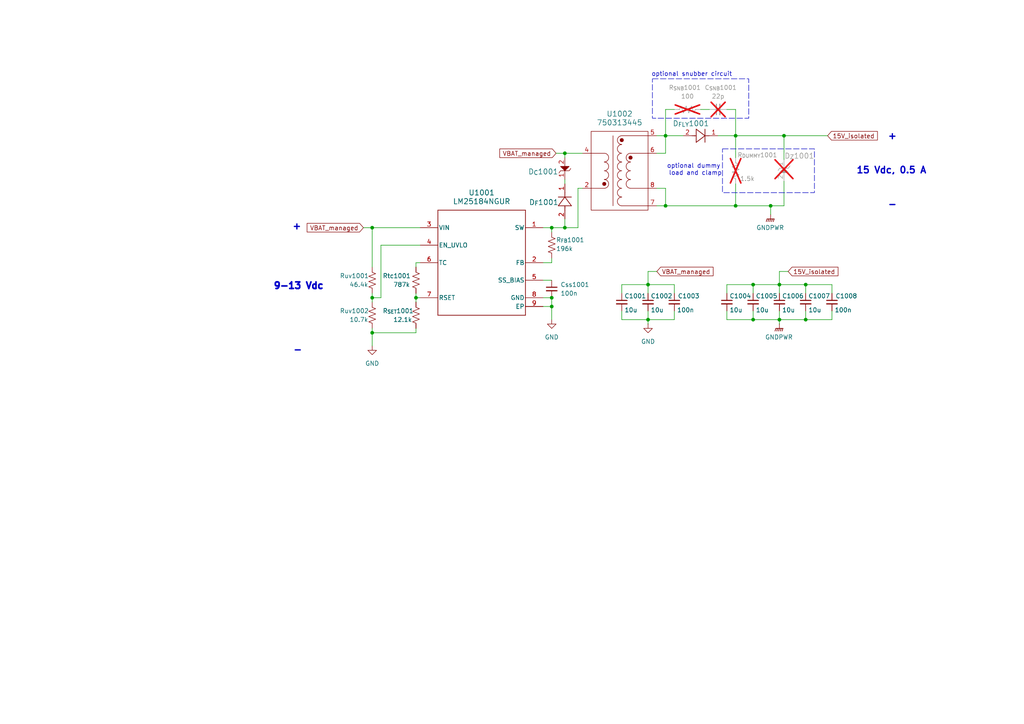
<source format=kicad_sch>
(kicad_sch (version 20231120) (generator "eeschema") (generator_version "8.0")
  (paper "A4")
  (lib_symbols
    (symbol "Device:C_Small" (pin_numbers hide) (pin_names (offset 0.254) hide)
      (property "Reference" "C" (at 0.254 1.778 0))
      (property "Value" "C_Small" (at 0.254 -2.032 0))
      (symbol "C_Small_0_1"
        (polyline (pts (xy -1.524 -0.508) (xy 1.524 -0.508)) (stroke (width 0.3302)))
        (polyline (pts (xy -1.524 0.508) (xy 1.524 0.508)) (stroke (width 0.3048)))
      )
      (symbol "C_Small_1_1"
        (pin passive line (at 0 2.54 270) (length 2.032) (name "~") (number "1"))
        (pin passive line (at 0 -2.54 90) (length 2.032) (name "~") (number "2"))
      )
    )
    (symbol "Device:R_US" (pin_numbers hide) (pin_names (offset 0))
      (property "Reference" "R" (at 2.54 0 90))
      (property "Value" "R_US" (at -2.54 0 90))
      (symbol "R_US_0_1"
        (polyline (pts (xy 0 -2.286) (xy 0 -2.54)))
        (polyline (pts (xy 0 2.286) (xy 0 2.54)))
        (polyline (pts (xy 0 -0.762) (xy 1.016 -1.143) (xy 0 -1.524) (xy -1.016 -1.905) (xy 0 -2.286)))
        (polyline (pts (xy 0 0.762) (xy 1.016 0.381) (xy 0 0) (xy -1.016 -0.381) (xy 0 -0.762)))
        (polyline (pts (xy 0 2.286) (xy 1.016 1.905) (xy 0 1.524) (xy -1.016 1.143) (xy 0 0.762)))
      )
      (symbol "R_US_1_1"
        (pin passive line (at 0 3.81 270) (length 1.27) (name "~") (number "1"))
        (pin passive line (at 0 -3.81 90) (length 1.27) (name "~") (number "2"))
      )
    )
    (symbol "dc_to_dc_LM25184NGUR:LM25184NGUR" (pin_names (offset 0.254))
      (property "Reference" "U" (at 17.78 9.398 0))
      (property "Value" "LM25184NGUR" (at 17.78 6.858 0))
      (symbol "LM25184NGUR_0_1"
        (polyline (pts (xy 5.08 -25.4) (xy 30.48 -25.4)) (stroke (width 0.2032)))
        (polyline (pts (xy 5.08 5.08) (xy 5.08 -25.4)) (stroke (width 0.2032)))
        (polyline (pts (xy 30.48 -25.4) (xy 30.48 5.08)) (stroke (width 0.2032)))
        (polyline (pts (xy 30.48 5.08) (xy 5.08 5.08)) (stroke (width 0.2032)))
        (pin unspecified line (at 35.56 -10.16 180) (length 5.08) (name "FB") (number "2"))
        (pin power_in line (at 0 0 0) (length 5.08) (name "VIN") (number "3"))
        (pin input line (at 0 -5.08 0) (length 5.08) (name "EN_UVLO") (number "4"))
        (pin unspecified line (at 35.56 -15.24 180) (length 5.08) (name "SS_BIAS") (number "5"))
        (pin unspecified line (at 0 -10.16 0) (length 5.08) (name "TC") (number "6"))
        (pin unspecified line (at 0 -20.32 0) (length 5.08) (name "RSET") (number "7"))
        (pin power_in line (at 35.56 -20.32 180) (length 5.08) (name "GND") (number "8"))
        (pin unspecified line (at 35.56 -22.86 180) (length 5.08) (name "EP") (number "9"))
      )
      (symbol "LM25184NGUR_1_1"
        (pin power_out line (at 35.56 0 180) (length 5.08) (name "SW") (number "1"))
      )
    )
    (symbol "power:GND" (power) (pin_numbers hide) (pin_names (offset 0) hide)
      (property "Value" "GND" (at 0 -3.81 0))
      (symbol "GND_0_1"
        (polyline (pts (xy 0 0) (xy 0 -1.27) (xy 1.27 -1.27) (xy 0 -2.54) (xy -1.27 -1.27) (xy 0 -1.27)))
      )
      (symbol "GND_1_1"
        (pin power_in line (at 0 0 270) (length 0) (name "~") (number "1"))
      )
    )
    (symbol "power:GNDPWR" (power) (pin_numbers hide) (pin_names (offset 0) hide)
      (property "Value" "GNDPWR" (at 0 -3.302 0))
      (symbol "GNDPWR_0_1"
        (polyline (pts (xy 0 -1.27) (xy 0 0)))
        (polyline (pts (xy -1.016 -1.27) (xy -1.27 -2.032) (xy -1.27 -2.032)) (stroke (width 0.2032)))
        (polyline (pts (xy -0.508 -1.27) (xy -0.762 -2.032) (xy -0.762 -2.032)) (stroke (width 0.2032)))
        (polyline (pts (xy 0 -1.27) (xy -0.254 -2.032) (xy -0.254 -2.032)) (stroke (width 0.2032)))
        (polyline (pts (xy 0.508 -1.27) (xy 0.254 -2.032) (xy 0.254 -2.032)) (stroke (width 0.2032)))
        (polyline (pts (xy 1.016 -1.27) (xy -1.016 -1.27) (xy -1.016 -1.27)) (stroke (width 0.2032)))
        (polyline (pts (xy 1.016 -1.27) (xy 0.762 -2.032) (xy 0.762 -2.032) (xy 0.762 -2.032)) (stroke (width 0.2032)))
      )
      (symbol "GNDPWR_1_1"
        (pin power_in line (at 0 0 270) (length 0) (name "~") (number "1"))
      )
    )
    (symbol "schottky_SK510A-LTP:SK510A-LTP" (pin_names (offset 0.254))
      (property "Reference" "CR" (at 5.08 4.445 0))
      (property "Value" "SK510A-LTP" (at 5.08 -3.81 0))
      (symbol "SK510A-LTP_1_1"
        (polyline (pts (xy 2.54 0) (xy 3.4798 0)) (stroke (width 0.2032)))
        (polyline (pts (xy 3.175 0) (xy 3.81 0)) (stroke (width 0.2032)))
        (polyline (pts (xy 3.81 -1.905) (xy 6.35 0)) (stroke (width 0.2032)))
        (polyline (pts (xy 3.81 1.905) (xy 3.81 -1.905)) (stroke (width 0.2032)))
        (polyline (pts (xy 6.35 -1.905) (xy 6.35 1.905)) (stroke (width 0.2032)))
        (polyline (pts (xy 6.35 0) (xy 3.81 1.905)) (stroke (width 0.2032)))
        (polyline (pts (xy 6.35 0) (xy 7.62 0)) (stroke (width 0.2032)))
        (pin unspecified line (at 10.16 0 180) (length 2.54) (name "") (number "1"))
        (pin unspecified line (at 0 0 0) (length 2.54) (name "") (number "2"))
      )
      (symbol "SK510A-LTP_1_2"
        (polyline (pts (xy -1.905 3.81) (xy 1.905 3.81)) (stroke (width 0.2032)))
        (polyline (pts (xy 0 2.54) (xy 0 3.4798)) (stroke (width 0.2032)))
        (polyline (pts (xy 0 3.175) (xy 0 3.81)) (stroke (width 0.2032)))
        (polyline (pts (xy 0 6.35) (xy -1.905 3.81)) (stroke (width 0.2032)))
        (polyline (pts (xy 0 6.35) (xy 0 7.62)) (stroke (width 0.2032)))
        (polyline (pts (xy 1.905 3.81) (xy 0 6.35)) (stroke (width 0.2032)))
        (polyline (pts (xy 1.905 6.35) (xy -1.905 6.35)) (stroke (width 0.2032)))
        (pin unspecified line (at 0 10.16 270) (length 2.54) (name "") (number "1"))
        (pin unspecified line (at 0 0 90) (length 2.54) (name "") (number "2"))
      )
    )
    (symbol "transformer_750313445:750313445" (pin_names (offset 0.254))
      (property "Reference" "U" (at 10.922 10.668 0))
      (property "Value" "750313445" (at 10.922 8.128 0))
      (symbol "750313445_0_1"
        (polyline (pts (xy 8.89 5.08) (xy 8.89 -15.24)))
        (arc (start 6.35 -10.16) (mid 7.62 -8.89) (end 6.35 -7.62))
        (arc (start 6.35 -7.62) (mid 7.62 -6.35) (end 6.35 -5.08))
        (arc (start 6.35 -5.08) (mid 7.62 -3.81) (end 6.35 -2.54))
        (arc (start 6.35 -2.54) (mid 7.62 -1.27) (end 6.35 0))
        (arc (start 11.43 -12.7) (mid 10.16 -13.97) (end 11.43 -15.24))
        (arc (start 11.43 -10.16) (mid 10.16 -11.43) (end 11.43 -12.7))
        (arc (start 11.43 -7.62) (mid 10.16 -8.89) (end 11.43 -10.16))
        (arc (start 11.43 -5.08) (mid 10.16 -6.35) (end 11.43 -7.62))
        (arc (start 11.43 -2.54) (mid 10.16 -3.81) (end 11.43 -5.08))
        (arc (start 11.43 0) (mid 10.16 -1.27) (end 11.43 -2.54))
        (arc (start 11.43 2.54) (mid 10.16 1.27) (end 11.43 0))
        (arc (start 11.43 5.08) (mid 10.16 3.81) (end 11.43 2.54))
        (arc (start 13.97 -7.62) (mid 12.7 -8.89) (end 13.97 -10.16))
        (arc (start 13.97 -5.08) (mid 12.7 -6.35) (end 13.97 -7.62))
        (arc (start 13.97 -2.54) (mid 12.7 -3.81) (end 13.97 -5.08))
        (arc (start 13.97 0) (mid 12.7 -1.27) (end 13.97 -2.54))
      )
      (symbol "750313445_1_1"
        (polyline (pts (xy 6.35 -10.16) (xy 2.54 -10.16)))
        (polyline (pts (xy 6.35 0) (xy 2.54 0)))
        (polyline (pts (xy 11.43 -15.24) (xy 19.05 -15.24)))
        (polyline (pts (xy 11.43 5.08) (xy 19.05 5.08)))
        (polyline (pts (xy 13.97 -10.16) (xy 19.05 -10.16)))
        (polyline (pts (xy 13.97 0) (xy 19.05 0)))
        (rectangle (start 2.54 6.35) (end 19.05 -16.51))
        (circle (center 6.35 -8.89) (radius 0.4945) (fill (type outline)))
        (circle (center 11.43 3.81) (radius 0.4945) (fill (type outline)))
        (circle (center 13.97 -1.27) (radius 0.4945) (fill (type outline)))
        (pin no_connect line (at 0 3.81 0) (length 2.54) hide (name "") (number "1"))
        (pin bidirectional line (at 0 -10.16 0) (length 2.54) (name "") (number "2"))
        (pin no_connect line (at 0 -5.08 0) (length 2.54) hide (name "") (number "3"))
        (pin bidirectional line (at 0 0 0) (length 2.54) (name "") (number "4"))
        (pin passive line (at 21.59 5.08 180) (length 2.54) (name "") (number "5"))
        (pin passive line (at 21.59 0 180) (length 2.54) (name "") (number "6"))
        (pin passive line (at 21.59 -15.24 180) (length 2.54) (name "") (number "7"))
        (pin passive line (at 21.59 -10.16 180) (length 2.54) (name "") (number "8"))
      )
    )
    (symbol "zener_PDZVTR9.1B:PDZVTR9.1B" (pin_names (offset 0.254))
      (property "Reference" "D" (at 3.302 3.556 0))
      (symbol "PDZVTR9.1B_1_1"
        (polyline (pts (xy 2.54 0) (xy 2.54 -1.27) (xy 3.2191 -1.7129)))
        (polyline (pts (xy 2.54 0) (xy 2.54 1.27) (xy 1.8609 1.7129)))
        (polyline (pts (xy 2.54 0) (xy 3.81 1.27) (xy 3.81 -1.27) (xy 2.54 0)) (fill (type outline)))
        (pin passive line (at 0 0 0) (length 2.54) (name "") (number "1"))
        (pin passive line (at 6.35 0 180) (length 2.54) (name "") (number "2"))
      )
    )
  )
  (junction (at 233.68 92.71))
  (junction (at 107.95 96.52))
  (junction (at 227.3899 39.37))
  (junction (at 107.95 66.04))
  (junction (at 193.04 59.69))
  (junction (at 213.36 59.69))
  (junction (at 223.52 59.69))
  (junction (at 226.06 82.55))
  (junction (at 160.02 88.9))
  (junction (at 233.68 82.55))
  (junction (at 218.44 92.71))
  (junction (at 163.83 66.04))
  (junction (at 187.96 82.55))
  (junction (at 226.06 92.71))
  (junction (at 218.44 82.55))
  (junction (at 120.65 86.36))
  (junction (at 193.04 39.37))
  (junction (at 187.96 92.71))
  (junction (at 163.83 44.45))
  (junction (at 107.95 86.36))
  (junction (at 160.02 86.36))
  (junction (at 160.02 66.04))
  (junction (at 213.36 39.37))
  (wire (pts (xy 160.02 67.31) (xy 160.02 66.04)))
  (wire (pts (xy 107.95 96.52) (xy 120.65 96.52)))
  (wire (pts (xy 226.06 82.55) (xy 233.68 82.55)))
  (wire (pts (xy 163.83 66.04) (xy 167.64 66.04)))
  (wire (pts (xy 163.83 52.07) (xy 163.83 53.34)))
  (wire (pts (xy 187.96 82.55) (xy 187.96 85.09)))
  (wire (pts (xy 190.5 44.45) (xy 193.04 44.45)))
  (wire (pts (xy 187.96 92.71) (xy 180.34 92.71)))
  (wire (pts (xy 187.96 92.71) (xy 195.58 92.71)))
  (wire (pts (xy 160.02 76.2) (xy 160.02 74.93)))
  (wire (pts (xy 213.36 31.75) (xy 213.36 39.37)))
  (wire (pts (xy 110.49 71.12) (xy 110.49 86.36)))
  (wire (pts (xy 107.95 85.09) (xy 107.95 86.36)))
  (wire (pts (xy 226.06 78.74) (xy 226.06 82.55)))
  (wire (pts (xy 107.95 96.52) (xy 107.95 100.33)))
  (wire (pts (xy 218.44 82.55) (xy 226.06 82.55)))
  (wire (pts (xy 187.96 82.55) (xy 180.34 82.55)))
  (wire (pts (xy 163.83 44.45) (xy 168.91 44.45)))
  (wire (pts (xy 226.06 92.71) (xy 226.06 93.98)))
  (wire (pts (xy 121.92 86.36) (xy 120.65 86.36)))
  (wire (pts (xy 227.3899 59.69) (xy 223.52 59.69)))
  (wire (pts (xy 226.06 90.17) (xy 226.06 92.71)))
  (wire (pts (xy 121.92 76.2) (xy 120.65 76.2)))
  (wire (pts (xy 226.06 85.09) (xy 226.06 82.55)))
  (wire (pts (xy 210.82 82.55) (xy 210.82 85.09)))
  (wire (pts (xy 193.04 59.69) (xy 213.36 59.69)))
  (wire (pts (xy 160.02 88.9) (xy 160.02 92.71)))
  (wire (pts (xy 157.48 66.04) (xy 160.02 66.04)))
  (wire (pts (xy 187.96 78.74) (xy 190.5 78.74)))
  (wire (pts (xy 107.95 86.36) (xy 110.49 86.36)))
  (wire (pts (xy 157.48 76.2) (xy 160.02 76.2)))
  (wire (pts (xy 180.34 82.55) (xy 180.34 85.09)))
  (wire (pts (xy 226.06 92.71) (xy 233.68 92.71)))
  (wire (pts (xy 218.44 82.55) (xy 218.44 85.09)))
  (wire (pts (xy 203.2 31.75) (xy 205.74 31.75)))
  (wire (pts (xy 241.3 85.09) (xy 241.3 82.55)))
  (wire (pts (xy 195.58 85.09) (xy 195.58 82.55)))
  (wire (pts (xy 190.5 39.37) (xy 193.04 39.37)))
  (wire (pts (xy 163.83 63.5) (xy 163.83 66.04)))
  (wire (pts (xy 228.6 78.74) (xy 226.06 78.74)))
  (wire (pts (xy 241.3 92.71) (xy 233.68 92.71)))
  (wire (pts (xy 187.96 78.74) (xy 187.96 82.55)))
  (wire (pts (xy 107.95 66.04) (xy 107.95 77.47)))
  (wire (pts (xy 233.68 82.55) (xy 233.68 85.09)))
  (wire (pts (xy 105.41 66.04) (xy 107.95 66.04)))
  (wire (pts (xy 241.3 90.17) (xy 241.3 92.71)))
  (wire (pts (xy 157.48 81.28) (xy 160.02 81.28)))
  (wire (pts (xy 107.95 95.25) (xy 107.95 96.52)))
  (wire (pts (xy 160.02 66.04) (xy 163.83 66.04)))
  (wire (pts (xy 195.58 90.17) (xy 195.58 92.71)))
  (wire (pts (xy 107.95 66.04) (xy 121.92 66.04)))
  (wire (pts (xy 213.36 45.72) (xy 213.36 39.37)))
  (wire (pts (xy 161.29 44.45) (xy 163.83 44.45)))
  (wire (pts (xy 121.92 71.12) (xy 110.49 71.12)))
  (wire (pts (xy 227.3899 52.5895) (xy 227.3899 59.69)))
  (wire (pts (xy 157.48 86.36) (xy 160.02 86.36)))
  (wire (pts (xy 120.65 85.09) (xy 120.65 86.36)))
  (wire (pts (xy 180.34 92.71) (xy 180.34 90.17)))
  (wire (pts (xy 210.82 92.71) (xy 210.82 90.17)))
  (wire (pts (xy 218.44 92.71) (xy 226.06 92.71)))
  (wire (pts (xy 120.65 95.25) (xy 120.65 96.52)))
  (wire (pts (xy 233.68 82.55) (xy 241.3 82.55)))
  (wire (pts (xy 167.64 54.61) (xy 168.91 54.61)))
  (wire (pts (xy 193.04 39.37) (xy 193.04 44.45)))
  (wire (pts (xy 160.02 86.36) (xy 160.02 88.9)))
  (wire (pts (xy 163.83 44.45) (xy 163.83 45.72)))
  (wire (pts (xy 233.68 90.17) (xy 233.68 92.71)))
  (wire (pts (xy 208.28 39.37) (xy 213.36 39.37)))
  (wire (pts (xy 213.36 53.34) (xy 213.36 59.69)))
  (wire (pts (xy 120.65 76.2) (xy 120.65 77.47)))
  (wire (pts (xy 187.96 90.17) (xy 187.96 92.71)))
  (wire (pts (xy 190.5 59.69) (xy 193.04 59.69)))
  (wire (pts (xy 223.52 59.69) (xy 223.52 62.23)))
  (wire (pts (xy 187.96 92.71) (xy 187.96 93.98)))
  (wire (pts (xy 167.64 54.61) (xy 167.64 66.04)))
  (wire (pts (xy 193.04 54.61) (xy 193.04 59.69)))
  (wire (pts (xy 218.44 90.17) (xy 218.44 92.71)))
  (wire (pts (xy 195.58 31.75) (xy 193.04 31.75)))
  (wire (pts (xy 157.48 88.9) (xy 160.02 88.9)))
  (wire (pts (xy 193.04 31.75) (xy 193.04 39.37)))
  (wire (pts (xy 193.04 39.37) (xy 198.12 39.37)))
  (wire (pts (xy 187.96 82.55) (xy 195.58 82.55)))
  (wire (pts (xy 213.36 59.69) (xy 223.52 59.69)))
  (wire (pts (xy 107.95 86.36) (xy 107.95 87.63)))
  (wire (pts (xy 210.82 92.71) (xy 218.44 92.71)))
  (wire (pts (xy 120.65 86.36) (xy 120.65 87.63)))
  (wire (pts (xy 213.36 39.37) (xy 227.3899 39.37)))
  (wire (pts (xy 227.3899 39.37) (xy 227.3899 46.2395)))
  (wire (pts (xy 190.5 54.61) (xy 193.04 54.61)))
  (wire (pts (xy 210.82 82.55) (xy 218.44 82.55)))
  (wire (pts (xy 227.3899 39.37) (xy 240.03 39.37)))
  (wire (pts (xy 210.82 31.75) (xy 213.36 31.75)))
  (rectangle (start 209.55 43.18) (end 236.22 55.88) (stroke (width 0) (type dash)))
  (rectangle (start 189.23 22.86) (end 217.17 34.29) (stroke (width 0) (type dash)))
  (text "optional snubber circuit" (at 200.66 21.59 0) (effects (font (size 1.27 1.27))))
  (text "+" (at 258.826 39.624 0) (effects (font (size 1.905 1.905) (thickness 0.381) (bold yes))))
  (text "optional dummy \nload and clamp" (at 201.676 49.276 0) (effects (font (size 1.27 1.27))))
  (text "+" (at 86.106 65.786 0) (effects (font (size 1.905 1.905) (thickness 0.381) (bold yes))))
  (text "15 Vdc, 0.5 A" (at 258.572 49.53 0) (effects (font (size 1.905 1.905) (thickness 0.381) (bold yes))))
  (text "9-13 Vdc" (at 86.614 83.058 0) (effects (font (size 1.905 1.905) (thickness 0.508) (bold yes))))
  (text "-" (at 258.826 59.436 0) (effects (font (size 1.905 1.905) (thickness 0.381) (bold yes))))
  (text "-" (at 86.36 101.6 0) (effects (font (size 1.905 1.905) (thickness 0.381) (bold yes))))
  (global_label "15V_isolated" (shape input) (at 228.6 78.74 0) (property "Intersheetrefs" "${INTERSHEET_REFS}" (effects (hide yes))))
  (global_label "VBAT_managed" (shape input) (at 190.5 78.74 0) (property "Intersheetrefs" "${INTERSHEET_REFS}" (effects (hide yes))))
  (global_label "VBAT_managed" (shape input) (at 161.29 44.45 180) (property "Intersheetrefs" "${INTERSHEET_REFS}" (effects (hide yes))))
  (global_label "15V_isolated" (shape input) (at 240.03 39.37 0) (property "Intersheetrefs" "${INTERSHEET_REFS}" (effects (hide yes))))
  (global_label "VBAT_managed" (shape input) (at 105.41 66.04 180) (property "Intersheetrefs" "${INTERSHEET_REFS}" (effects (hide yes))))
  (symbol (lib_id "Device:R_US") (at 107.95 81.28 0) (unit 1)
    (property "Reference" "Ruv1001" (at 98.552 80.01 0) (effects (justify left)))
    (property "Value" "46.4k" (at 101.346 82.55 0) (effects (justify left)))
    (property "Footprint" "Resistor_SMD:R_0402_1005Metric" (effects (hide yes)))
    (property "Description" "Resistor, US symbol" (effects (hide yes)))
  )
  (symbol (lib_id "Device:R_US") (at 199.39 31.75 90) (unit 1) (dnp yes)
    (property "Reference" "R_{SNB}1001" (at 198.628 25.4 90))
    (property "Value" "100" (at 199.39 27.94 90))
    (property "Footprint" "Resistor_SMD:R_0402_1005Metric" (effects (hide yes)))
    (property "Description" "Resistor, US symbol" (effects (hide yes)))
  )
  (symbol (lib_id "zener_PDZVTR9.1B:PDZVTR9.1B") (at 227.3899 46.2395 270) (unit 1) (dnp yes)
    (property "Reference" "D_{Z}1001" (at 236.22 45.212 90) (effects (font (size 1.524 1.524)) (justify right)))
    (property "Value" "PDZVTR9.1B" (effects (hide yes)))
    (property "Footprint" "zener_PDZVTR9.1B:DIO_PDZVTFT_ROM" (effects (hide yes)))
    (property "Datasheet" "PDZVTR9.1B" (effects (hide yes)))
  )
  (symbol (lib_id "Device:C_Small") (at 187.96 87.63 0) (unit 1)
    (property "Reference" "C1002" (at 188.722 85.852 0) (effects (justify left)))
    (property "Value" "10u" (at 188.722 89.916 0) (effects (justify left)))
    (property "Footprint" "Capacitor_SMD:C_1206_3216Metric" (effects (hide yes)))
    (property "Description" "Unpolarized capacitor, small symbol" (effects (hide yes)))
  )
  (symbol (lib_id "power:GNDPWR") (at 226.06 93.98 0) (unit 1)
    (property "Reference" "#PWR01005" (effects (hide yes)))
    (property "Value" "GNDPWR" (at 225.933 97.79 0))
    (property "Description" "Power symbol creates a global label with name \"GNDPWR\" , global ground" (effects (hide yes)))
  )
  (symbol (lib_id "Device:C_Small") (at 241.3 87.63 0) (unit 1)
    (property "Reference" "C1008" (at 242.316 85.852 0) (effects (justify left)))
    (property "Value" "100n" (at 242.062 89.916 0) (effects (justify left)))
    (property "Footprint" "Capacitor_SMD:C_0402_1005Metric" (effects (hide yes)))
    (property "Description" "Unpolarized capacitor, small symbol" (effects (hide yes)))
  )
  (symbol (lib_id "Device:C_Small") (at 218.44 87.63 0) (unit 1)
    (property "Reference" "C1005" (at 219.202 85.852 0) (effects (justify left)))
    (property "Value" "10u" (at 219.202 89.916 0) (effects (justify left)))
    (property "Footprint" "Capacitor_SMD:C_1206_3216Metric" (effects (hide yes)))
    (property "Description" "Unpolarized capacitor, small symbol" (effects (hide yes)))
  )
  (symbol (lib_id "Device:R_US") (at 160.02 71.12 0) (unit 1)
    (property "Reference" "R_{FB}1001" (at 161.29 69.596 0) (effects (justify left)))
    (property "Value" "196k" (at 161.29 72.136 0) (effects (justify left)))
    (property "Footprint" "Resistor_SMD:R_0402_1005Metric" (effects (hide yes)))
    (property "Description" "Resistor, US symbol" (effects (hide yes)))
  )
  (symbol (lib_id "Device:C_Small") (at 180.34 87.63 0) (unit 1)
    (property "Reference" "C1001" (at 181.102 85.852 0) (effects (justify left)))
    (property "Value" "10u" (at 181.102 89.916 0) (effects (justify left)))
    (property "Footprint" "Capacitor_SMD:C_1206_3216Metric" (effects (hide yes)))
    (property "Description" "Unpolarized capacitor, small symbol" (effects (hide yes)))
  )
  (symbol (lib_id "Device:C_Small") (at 226.06 87.63 0) (unit 1)
    (property "Reference" "C1006" (at 226.822 85.852 0) (effects (justify left)))
    (property "Value" "10u" (at 226.822 89.916 0) (effects (justify left)))
    (property "Footprint" "Capacitor_SMD:C_1206_3216Metric" (effects (hide yes)))
    (property "Description" "Unpolarized capacitor, small symbol" (effects (hide yes)))
  )
  (symbol (lib_id "Device:C_Small") (at 233.68 87.63 0) (unit 1)
    (property "Reference" "C1007" (at 234.442 85.852 0) (effects (justify left)))
    (property "Value" "10u" (at 234.442 89.916 0) (effects (justify left)))
    (property "Footprint" "Capacitor_SMD:C_1206_3216Metric" (effects (hide yes)))
    (property "Description" "Unpolarized capacitor, small symbol" (effects (hide yes)))
  )
  (symbol (lib_id "schottky_SK510A-LTP:SK510A-LTP") (at 198.12 39.37 0) (unit 1)
    (property "Reference" "D_{FLY}1001" (at 205.74 35.814 0) (effects (font (size 1.524 1.524)) (justify right)))
    (property "Value" "SK510A-LTP" (effects (hide yes)))
    (property "Footprint" "schottky_SK510A-LTP:SMADO-214AC_LEAD-FRAME_MCC" (effects (hide yes)))
    (property "Datasheet" "SK510A-LTP" (effects (hide yes)))
  )
  (symbol (lib_id "Device:R_US") (at 213.36 49.53 180) (unit 1) (dnp yes)
    (property "Reference" "R_{DUMMY}1001" (at 213.868 44.958 0) (effects (justify right)))
    (property "Value" "1.5k" (at 214.63 51.816 0) (effects (justify right)))
    (property "Footprint" "Resistor_SMD:R_0402_1005Metric" (effects (hide yes)))
    (property "Description" "Resistor, US symbol" (effects (hide yes)))
  )
  (symbol (lib_id "Device:C_Small") (at 195.58 87.63 0) (unit 1)
    (property "Reference" "C1003" (at 196.596 85.852 0) (effects (justify left)))
    (property "Value" "100n" (at 196.342 89.916 0) (effects (justify left)))
    (property "Footprint" "Capacitor_SMD:C_0402_1005Metric" (effects (hide yes)))
    (property "Description" "Unpolarized capacitor, small symbol" (effects (hide yes)))
  )
  (symbol (lib_id "Device:R_US") (at 120.65 81.28 0) (unit 1)
    (property "Reference" "Rtc1001" (at 110.998 80.01 0) (effects (justify left)))
    (property "Value" "787k" (at 114.046 82.55 0) (effects (justify left)))
    (property "Footprint" "Resistor_SMD:R_0402_1005Metric" (effects (hide yes)))
    (property "Description" "Resistor, US symbol" (effects (hide yes)))
  )
  (symbol (lib_id "power:GNDPWR") (at 223.52 62.23 0) (unit 1)
    (property "Reference" "#PWR01004" (effects (hide yes)))
    (property "Value" "GNDPWR" (at 223.393 66.04 0))
    (property "Description" "Power symbol creates a global label with name \"GNDPWR\" , global ground" (effects (hide yes)))
  )
  (symbol (lib_id "Device:C_Small") (at 208.28 31.75 90) (unit 1) (dnp yes)
    (property "Reference" "C_{SNB}1001" (at 209.042 25.4 90))
    (property "Value" "22p" (at 208.28 27.94 90))
    (property "Footprint" "Capacitor_SMD:C_0402_1005Metric" (effects (hide yes)))
    (property "Description" "Unpolarized capacitor, small symbol" (effects (hide yes)))
  )
  (symbol (lib_id "Device:R_US") (at 120.65 91.44 0) (unit 1)
    (property "Reference" "R_{SET}1001" (at 110.998 90.17 0) (effects (justify left)))
    (property "Value" "12.1k" (at 114.046 92.71 0) (effects (justify left)))
    (property "Footprint" "Resistor_SMD:R_0402_1005Metric" (effects (hide yes)))
    (property "Description" "Resistor, US symbol" (effects (hide yes)))
  )
  (symbol (lib_id "schottky_SK510A-LTP:SK510A-LTP") (at 163.83 63.5 90) (unit 1)
    (property "Reference" "D_{F}1001" (at 153.416 58.674 90) (effects (font (size 1.524 1.524)) (justify right)))
    (property "Value" "SK510A-LTP" (effects (hide yes)))
    (property "Footprint" "schottky_SK510A-LTP:SMADO-214AC_LEAD-FRAME_MCC" (effects (hide yes)))
    (property "Datasheet" "SK510A-LTP" (effects (hide yes)))
  )
  (symbol (lib_id "power:GND") (at 187.96 93.98 0) (unit 1)
    (property "Reference" "#PWR01003" (effects (hide yes)))
    (property "Value" "GND" (at 187.96 99.06 0))
    (property "Description" "Power symbol creates a global label with name \"GND\" , ground" (effects (hide yes)))
  )
  (symbol (lib_id "power:GND") (at 160.02 92.71 0) (unit 1)
    (property "Reference" "#PWR01002" (effects (hide yes)))
    (property "Value" "GND" (at 160.02 97.79 0))
    (property "Description" "Power symbol creates a global label with name \"GND\" , ground" (effects (hide yes)))
  )
  (symbol (lib_id "Device:R_US") (at 107.95 91.44 0) (unit 1)
    (property "Reference" "Ruv1002" (at 98.552 90.17 0) (effects (justify left)))
    (property "Value" "10.7k" (at 101.346 92.71 0) (effects (justify left)))
    (property "Footprint" "Resistor_SMD:R_0402_1005Metric" (effects (hide yes)))
    (property "Description" "Resistor, US symbol" (effects (hide yes)))
  )
  (symbol (lib_id "zener_PDZVTR9.1B:PDZVTR9.1B") (at 163.83 52.07 90) (unit 1)
    (property "Reference" "D_{C}1001" (at 153.162 49.784 90) (effects (font (size 1.524 1.524)) (justify right)))
    (property "Value" "PDZVTR9.1B" (effects (hide yes)))
    (property "Footprint" "zener_PDZVTR9.1B:DIO_PDZVTFT_ROM" (effects (hide yes)))
    (property "Datasheet" "PDZVTR9.1B" (effects (hide yes)))
  )
  (symbol (lib_id "Device:C_Small") (at 160.02 83.82 0) (unit 1)
    (property "Reference" "Css1001" (at 162.56 82.5562 0) (effects (justify left)))
    (property "Value" "100n" (at 162.56 85.0962 0) (effects (justify left)))
    (property "Footprint" "Capacitor_SMD:C_0402_1005Metric" (effects (hide yes)))
    (property "Description" "Unpolarized capacitor, small symbol" (effects (hide yes)))
  )
  (symbol (lib_id "transformer_750313445:750313445") (at 168.91 44.45 0) (unit 1)
    (property "Reference" "U1002" (at 179.705 33.02 0) (effects (font (size 1.524 1.524))))
    (property "Value" "750313445" (at 179.705 35.56 0) (effects (font (size 1.524 1.524))))
    (property "Footprint" "transformer_750313445:SOIC_13445_WRE" (effects (hide yes)))
    (property "Datasheet" "750313445" (effects (hide yes)))
  )
  (symbol (lib_id "Device:C_Small") (at 210.82 87.63 0) (unit 1)
    (property "Reference" "C1004" (at 211.582 85.852 0) (effects (justify left)))
    (property "Value" "10u" (at 211.582 89.916 0) (effects (justify left)))
    (property "Footprint" "Capacitor_SMD:C_1206_3216Metric" (effects (hide yes)))
    (property "Description" "Unpolarized capacitor, small symbol" (effects (hide yes)))
  )
  (symbol (lib_id "power:GND") (at 107.95 100.33 0) (unit 1)
    (property "Reference" "#PWR01001" (effects (hide yes)))
    (property "Value" "GND" (at 107.95 105.41 0))
    (property "Description" "Power symbol creates a global label with name \"GND\" , ground" (effects (hide yes)))
  )
  (symbol (lib_id "dc_to_dc_LM25184NGUR:LM25184NGUR") (at 121.92 66.04 0) (unit 1)
    (property "Reference" "U1001" (at 139.7 55.88 0) (effects (font (size 1.524 1.524))))
    (property "Value" "LM25184NGUR" (at 139.7 58.42 0) (effects (font (size 1.524 1.524))))
    (property "Footprint" "dc_to_dc_LM25184NGUR:NGU0008C-IPC_A" (effects (hide yes)))
    (property "Datasheet" "LM25184NGUR" (effects (hide yes)))
  )
)
</source>
